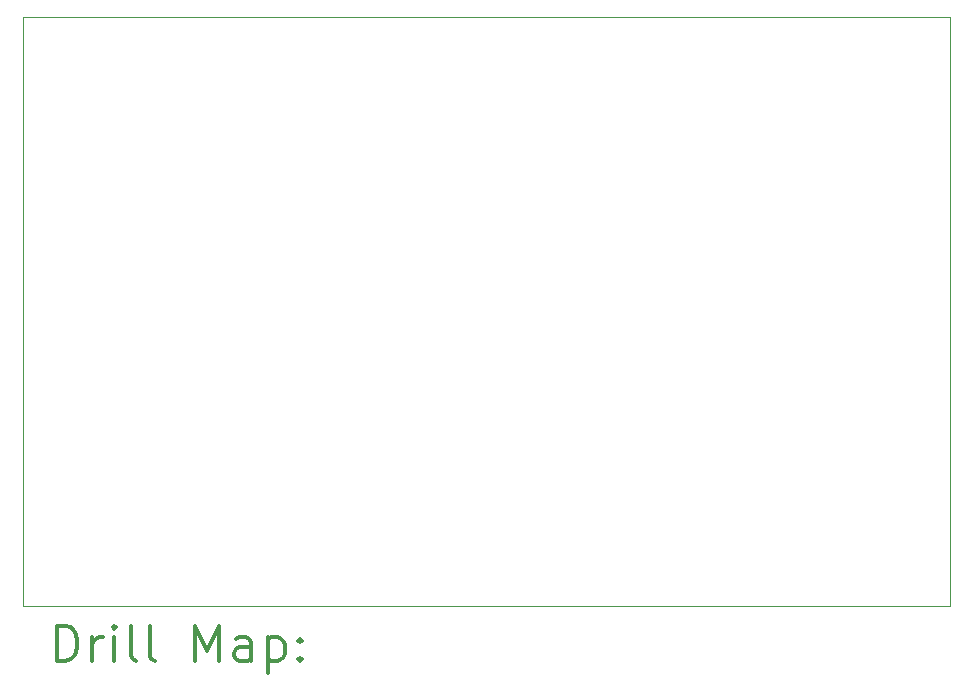
<source format=gbr>
%FSLAX45Y45*%
G04 Gerber Fmt 4.5, Leading zero omitted, Abs format (unit mm)*
G04 Created by KiCad (PCBNEW (5.1.9)-1) date 2021-06-11 01:10:35*
%MOMM*%
%LPD*%
G01*
G04 APERTURE LIST*
%TA.AperFunction,Profile*%
%ADD10C,0.050000*%
%TD*%
%ADD11C,0.200000*%
%ADD12C,0.300000*%
G04 APERTURE END LIST*
D10*
X13906500Y-7766050D02*
X13519150Y-7766050D01*
X13906500Y-7785100D02*
X13906500Y-7766050D01*
X13906500Y-12750800D02*
X13906500Y-7785100D01*
X6064250Y-7766050D02*
X13519150Y-7766050D01*
X6064250Y-8509000D02*
X6064250Y-7766050D01*
X6064250Y-12750800D02*
X6064250Y-8509000D01*
X6064250Y-12750800D02*
X13906500Y-12750800D01*
D11*
D12*
X6348178Y-13219014D02*
X6348178Y-12919014D01*
X6419607Y-12919014D01*
X6462464Y-12933300D01*
X6491036Y-12961871D01*
X6505321Y-12990443D01*
X6519607Y-13047586D01*
X6519607Y-13090443D01*
X6505321Y-13147586D01*
X6491036Y-13176157D01*
X6462464Y-13204729D01*
X6419607Y-13219014D01*
X6348178Y-13219014D01*
X6648178Y-13219014D02*
X6648178Y-13019014D01*
X6648178Y-13076157D02*
X6662464Y-13047586D01*
X6676750Y-13033300D01*
X6705321Y-13019014D01*
X6733893Y-13019014D01*
X6833893Y-13219014D02*
X6833893Y-13019014D01*
X6833893Y-12919014D02*
X6819607Y-12933300D01*
X6833893Y-12947586D01*
X6848178Y-12933300D01*
X6833893Y-12919014D01*
X6833893Y-12947586D01*
X7019607Y-13219014D02*
X6991036Y-13204729D01*
X6976750Y-13176157D01*
X6976750Y-12919014D01*
X7176750Y-13219014D02*
X7148178Y-13204729D01*
X7133893Y-13176157D01*
X7133893Y-12919014D01*
X7519607Y-13219014D02*
X7519607Y-12919014D01*
X7619607Y-13133300D01*
X7719607Y-12919014D01*
X7719607Y-13219014D01*
X7991036Y-13219014D02*
X7991036Y-13061871D01*
X7976750Y-13033300D01*
X7948178Y-13019014D01*
X7891036Y-13019014D01*
X7862464Y-13033300D01*
X7991036Y-13204729D02*
X7962464Y-13219014D01*
X7891036Y-13219014D01*
X7862464Y-13204729D01*
X7848178Y-13176157D01*
X7848178Y-13147586D01*
X7862464Y-13119014D01*
X7891036Y-13104729D01*
X7962464Y-13104729D01*
X7991036Y-13090443D01*
X8133893Y-13019014D02*
X8133893Y-13319014D01*
X8133893Y-13033300D02*
X8162464Y-13019014D01*
X8219607Y-13019014D01*
X8248178Y-13033300D01*
X8262464Y-13047586D01*
X8276750Y-13076157D01*
X8276750Y-13161871D01*
X8262464Y-13190443D01*
X8248178Y-13204729D01*
X8219607Y-13219014D01*
X8162464Y-13219014D01*
X8133893Y-13204729D01*
X8405321Y-13190443D02*
X8419607Y-13204729D01*
X8405321Y-13219014D01*
X8391036Y-13204729D01*
X8405321Y-13190443D01*
X8405321Y-13219014D01*
X8405321Y-13033300D02*
X8419607Y-13047586D01*
X8405321Y-13061871D01*
X8391036Y-13047586D01*
X8405321Y-13033300D01*
X8405321Y-13061871D01*
M02*

</source>
